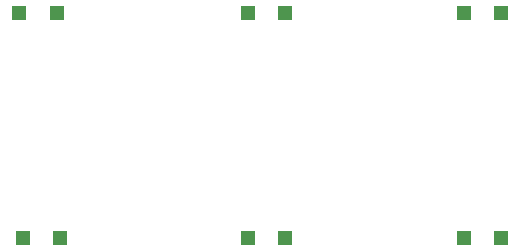
<source format=gbp>
%TF.GenerationSoftware,KiCad,Pcbnew,(6.0.4)*%
%TF.CreationDate,2022-04-14T11:49:59+05:30*%
%TF.ProjectId,6keymacro,366b6579-6d61-4637-926f-2e6b69636164,rev?*%
%TF.SameCoordinates,Original*%
%TF.FileFunction,Paste,Bot*%
%TF.FilePolarity,Positive*%
%FSLAX46Y46*%
G04 Gerber Fmt 4.6, Leading zero omitted, Abs format (unit mm)*
G04 Created by KiCad (PCBNEW (6.0.4)) date 2022-04-14 11:49:59*
%MOMM*%
%LPD*%
G01*
G04 APERTURE LIST*
%ADD10R,1.200000X1.200000*%
G04 APERTURE END LIST*
D10*
%TO.C,D2*%
X118256250Y-61912500D03*
X115106250Y-61912500D03*
%TD*%
%TO.C,D3*%
X137306250Y-42862500D03*
X134156250Y-42862500D03*
%TD*%
%TO.C,D5*%
X155550000Y-42862500D03*
X152400000Y-42862500D03*
%TD*%
%TO.C,D4*%
X137306250Y-61912500D03*
X134156250Y-61912500D03*
%TD*%
%TO.C,D6*%
X155550000Y-61912500D03*
X152400000Y-61912500D03*
%TD*%
%TO.C,D1*%
X117937500Y-42862500D03*
X114787500Y-42862500D03*
%TD*%
M02*

</source>
